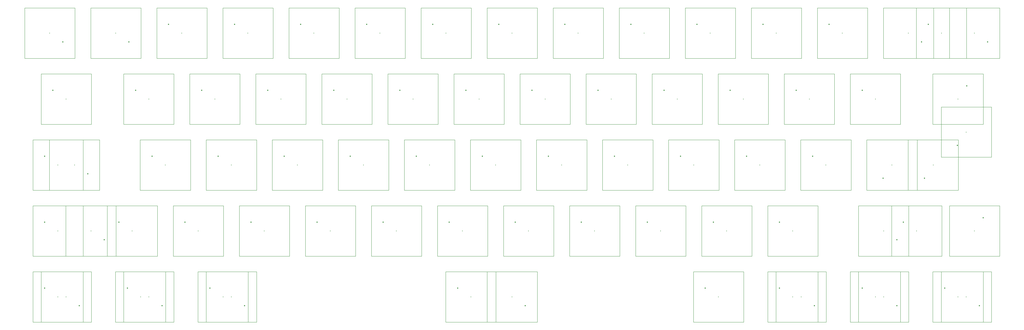
<source format=gbr>
%TF.GenerationSoftware,KiCad,Pcbnew,8.0.7*%
%TF.CreationDate,2024-12-21T00:00:35+08:00*%
%TF.ProjectId,PH60_Rev2,50483630-5f52-4657-9632-2e6b69636164,rev?*%
%TF.SameCoordinates,PX1b40518PY1b40518*%
%TF.FileFunction,Component,L1,Top*%
%TF.FilePolarity,Positive*%
%FSLAX46Y46*%
G04 Gerber Fmt 4.6, Leading zero omitted, Abs format (unit mm)*
G04 Created by KiCad (PCBNEW 8.0.7) date 2024-12-21 00:00:35*
%MOMM*%
%LPD*%
G01*
G04 APERTURE LIST*
%TA.AperFunction,ComponentMain*%
%ADD10C,0.300000*%
%TD*%
%TA.AperFunction,ComponentOutline,Courtyard*%
%ADD11C,0.100000*%
%TD*%
%TA.AperFunction,ComponentPin*%
%ADD12P,0.360000X4X0.000000*%
%TD*%
%TA.AperFunction,ComponentPin*%
%ADD13C,0.100000*%
%TD*%
G04 APERTURE END LIST*
D10*
%TO.C,S20*%
%TO.CFtp,SW_Hotswap_Kailh_MX_Plated_1.00u*%
%TO.CVal,MX1A*%
%TO.CLbN,PCM_Switch_Keyboard_Hotswap_Kailh*%
%TO.CMnt,SMD*%
%TO.CRot,0*%
X114300000Y-28575000D03*
D11*
X121545000Y-21330000D02*
X121545000Y-35820000D01*
X107055000Y-35820000D01*
X107055000Y-21330000D01*
X121545000Y-21330000D01*
D12*
%TO.P,S20,1,1*%
X110490000Y-26035000D03*
D13*
%TO.P,S20,*%
X109220000Y-28575000D03*
X114300000Y-28575000D03*
X119380000Y-28575000D03*
%TO.P,S20,2,2*%
X116840000Y-23495000D03*
%TD*%
D10*
%TO.C,S19*%
%TO.CFtp,SW_Hotswap_Kailh_MX_Plated_1.00u*%
%TO.CVal,MX1A*%
%TO.CLbN,PCM_Switch_Keyboard_Hotswap_Kailh*%
%TO.CMnt,SMD*%
%TO.CRot,0*%
X95250000Y-28575000D03*
D11*
X102495000Y-21330000D02*
X102495000Y-35820000D01*
X88005000Y-35820000D01*
X88005000Y-21330000D01*
X102495000Y-21330000D01*
D12*
%TO.P,S19,1,1*%
X91440000Y-26035000D03*
D13*
%TO.P,S19,*%
X90170000Y-28575000D03*
X95250000Y-28575000D03*
X100330000Y-28575000D03*
%TO.P,S19,2,2*%
X97790000Y-23495000D03*
%TD*%
D10*
%TO.C,S47*%
%TO.CFtp,SW_Hotswap_Kailh_MX_Plated_1.00u*%
%TO.CVal,MX1A*%
%TO.CLbN,PCM_Switch_Keyboard_Hotswap_Kailh*%
%TO.CMnt,SMD*%
%TO.CRot,0*%
X90487500Y-66675000D03*
D11*
X97732500Y-59430000D02*
X97732500Y-73920000D01*
X83242500Y-73920000D01*
X83242500Y-59430000D01*
X97732500Y-59430000D01*
D12*
%TO.P,S47,1,1*%
X86677500Y-64135000D03*
D13*
%TO.P,S47,*%
X85407500Y-66675000D03*
X90487500Y-66675000D03*
X95567500Y-66675000D03*
%TO.P,S47,2,2*%
X93027500Y-61595000D03*
%TD*%
D10*
%TO.C,S4*%
%TO.CFtp,SW_Hotswap_Kailh_MX_Plated_1.00u*%
%TO.CVal,MX1A*%
%TO.CLbN,PCM_Switch_Keyboard_Hotswap_Kailh*%
%TO.CMnt,SMD*%
%TO.CRot,0*%
X66675000Y-9525000D03*
D11*
X73920000Y-2280000D02*
X73920000Y-16770000D01*
X59430000Y-16770000D01*
X59430000Y-2280000D01*
X73920000Y-2280000D01*
D12*
%TO.P,S4,1,1*%
X62865000Y-6985000D03*
D13*
%TO.P,S4,*%
X61595000Y-9525000D03*
X66675000Y-9525000D03*
X71755000Y-9525000D03*
%TO.P,S4,2,2*%
X69215000Y-4445000D03*
%TD*%
D10*
%TO.C,S7*%
%TO.CFtp,SW_Hotswap_Kailh_MX_Plated_1.00u*%
%TO.CVal,MX1A*%
%TO.CLbN,PCM_Switch_Keyboard_Hotswap_Kailh*%
%TO.CMnt,SMD*%
%TO.CRot,0*%
X123825000Y-9525000D03*
D11*
X131070000Y-2280000D02*
X131070000Y-16770000D01*
X116580000Y-16770000D01*
X116580000Y-2280000D01*
X131070000Y-2280000D01*
D12*
%TO.P,S7,1,1*%
X120015000Y-6985000D03*
D13*
%TO.P,S7,*%
X118745000Y-9525000D03*
X123825000Y-9525000D03*
X128905000Y-9525000D03*
%TO.P,S7,2,2*%
X126365000Y-4445000D03*
%TD*%
D10*
%TO.C,S57-2*%
%TO.CFtp,SW_Hotswap_Kailh_MX_Plated_1.50u*%
%TO.CVal,MX1A*%
%TO.CLbN,PCM_Switch_Keyboard_Hotswap_Kailh*%
%TO.CMnt,SMD*%
%TO.CRot,180*%
X14287500Y-85725000D03*
D11*
X21532500Y-78480000D02*
X21532500Y-92970000D01*
X7042500Y-92970000D01*
X7042500Y-78480000D01*
X21532500Y-78480000D01*
D12*
%TO.P,S57-2,1,1*%
X18097500Y-88265000D03*
D13*
%TO.P,S57-2,*%
X19367500Y-85725000D03*
X14287500Y-85725000D03*
X9207500Y-85725000D03*
%TO.P,S57-2,2,2*%
X11747500Y-90805000D03*
%TD*%
D10*
%TO.C,S12*%
%TO.CFtp,SW_Hotswap_Kailh_MX_Plated_1.00u*%
%TO.CVal,MX1A*%
%TO.CLbN,PCM_Switch_Keyboard_Hotswap_Kailh*%
%TO.CMnt,SMD*%
%TO.CRot,0*%
X219075000Y-9525000D03*
D11*
X226320000Y-2280000D02*
X226320000Y-16770000D01*
X211830000Y-16770000D01*
X211830000Y-2280000D01*
X226320000Y-2280000D01*
D12*
%TO.P,S12,1,1*%
X215265000Y-6985000D03*
D13*
%TO.P,S12,*%
X213995000Y-9525000D03*
X219075000Y-9525000D03*
X224155000Y-9525000D03*
%TO.P,S12,2,2*%
X221615000Y-4445000D03*
%TD*%
D10*
%TO.C,S62*%
%TO.CFtp,SW_Hotswap_Kailh_MX_Plated_1.25u*%
%TO.CVal,MX1A*%
%TO.CLbN,PCM_Switch_Keyboard_Hotswap_Kailh*%
%TO.CMnt,SMD*%
%TO.CRot,180*%
X226218750Y-85725000D03*
D11*
X233463750Y-78480000D02*
X233463750Y-92970000D01*
X218973750Y-92970000D01*
X218973750Y-78480000D01*
X233463750Y-78480000D01*
D12*
%TO.P,S62,1,1*%
X230028750Y-88265000D03*
D13*
%TO.P,S62,*%
X231298750Y-85725000D03*
X226218750Y-85725000D03*
X221138750Y-85725000D03*
%TO.P,S62,2,2*%
X223678750Y-90805000D03*
%TD*%
D10*
%TO.C,S3*%
%TO.CFtp,SW_Hotswap_Kailh_MX_Plated_1.00u*%
%TO.CVal,MX1A*%
%TO.CLbN,PCM_Switch_Keyboard_Hotswap_Kailh*%
%TO.CMnt,SMD*%
%TO.CRot,0*%
X47625000Y-9525000D03*
D11*
X54870000Y-2280000D02*
X54870000Y-16770000D01*
X40380000Y-16770000D01*
X40380000Y-2280000D01*
X54870000Y-2280000D01*
D12*
%TO.P,S3,1,1*%
X43815000Y-6985000D03*
D13*
%TO.P,S3,*%
X42545000Y-9525000D03*
X47625000Y-9525000D03*
X52705000Y-9525000D03*
%TO.P,S3,2,2*%
X50165000Y-4445000D03*
%TD*%
D10*
%TO.C,S15*%
%TO.CFtp,SW_Hotswap_Kailh_MX_Plated_1.50u*%
%TO.CVal,MX1A*%
%TO.CLbN,PCM_Switch_Keyboard_Hotswap_Kailh*%
%TO.CMnt,SMD*%
%TO.CRot,0*%
X14287500Y-28575000D03*
D11*
X21532500Y-21330000D02*
X21532500Y-35820000D01*
X7042500Y-35820000D01*
X7042500Y-21330000D01*
X21532500Y-21330000D01*
D12*
%TO.P,S15,1,1*%
X10477500Y-26035000D03*
D13*
%TO.P,S15,*%
X9207500Y-28575000D03*
X14287500Y-28575000D03*
X19367500Y-28575000D03*
%TO.P,S15,2,2*%
X16827500Y-23495000D03*
%TD*%
D10*
%TO.C,S62-2*%
%TO.CFtp,SW_Hotswap_Kailh_MX_Plated_1.50u*%
%TO.CVal,MX1A*%
%TO.CLbN,PCM_Switch_Keyboard_Hotswap_Kailh*%
%TO.CMnt,SMD*%
%TO.CRot,0*%
X223837500Y-85725000D03*
D11*
X231082500Y-78480000D02*
X231082500Y-92970000D01*
X216592500Y-92970000D01*
X216592500Y-78480000D01*
X231082500Y-78480000D01*
D12*
%TO.P,S62-2,1,1*%
X220027500Y-83185000D03*
D13*
%TO.P,S62-2,*%
X218757500Y-85725000D03*
X223837500Y-85725000D03*
X228917500Y-85725000D03*
%TO.P,S62-2,2,2*%
X226377500Y-80645000D03*
%TD*%
D10*
%TO.C,S25*%
%TO.CFtp,SW_Hotswap_Kailh_MX_Plated_1.00u*%
%TO.CVal,MX1A*%
%TO.CLbN,PCM_Switch_Keyboard_Hotswap_Kailh*%
%TO.CMnt,SMD*%
%TO.CRot,0*%
X209550000Y-28575000D03*
D11*
X216795000Y-21330000D02*
X216795000Y-35820000D01*
X202305000Y-35820000D01*
X202305000Y-21330000D01*
X216795000Y-21330000D01*
D12*
%TO.P,S25,1,1*%
X205740000Y-26035000D03*
D13*
%TO.P,S25,*%
X204470000Y-28575000D03*
X209550000Y-28575000D03*
X214630000Y-28575000D03*
%TO.P,S25,2,2*%
X212090000Y-23495000D03*
%TD*%
D10*
%TO.C,S1*%
%TO.CFtp,SW_Hotswap_Kailh_MX_Plated_1.00u*%
%TO.CVal,MX1A*%
%TO.CLbN,PCM_Switch_Keyboard_Hotswap_Kailh*%
%TO.CMnt,SMD*%
%TO.CRot,180*%
X9525000Y-9525000D03*
D11*
X16770000Y-2280000D02*
X16770000Y-16770000D01*
X2280000Y-16770000D01*
X2280000Y-2280000D01*
X16770000Y-2280000D01*
D12*
%TO.P,S1,1,1*%
X13335000Y-12065000D03*
D13*
%TO.P,S1,*%
X14605000Y-9525000D03*
X9525000Y-9525000D03*
X4445000Y-9525000D03*
%TO.P,S1,2,2*%
X6985000Y-14605000D03*
%TD*%
D10*
%TO.C,S9*%
%TO.CFtp,SW_Hotswap_Kailh_MX_Plated_1.00u*%
%TO.CVal,MX1A*%
%TO.CLbN,PCM_Switch_Keyboard_Hotswap_Kailh*%
%TO.CMnt,SMD*%
%TO.CRot,0*%
X161925000Y-9525000D03*
D11*
X169170000Y-2280000D02*
X169170000Y-16770000D01*
X154680000Y-16770000D01*
X154680000Y-2280000D01*
X169170000Y-2280000D01*
D12*
%TO.P,S9,1,1*%
X158115000Y-6985000D03*
D13*
%TO.P,S9,*%
X156845000Y-9525000D03*
X161925000Y-9525000D03*
X167005000Y-9525000D03*
%TO.P,S9,2,2*%
X164465000Y-4445000D03*
%TD*%
D10*
%TO.C,S44*%
%TO.CFtp,SW_Hotswap_Kailh_MX_Plated_1.00u*%
%TO.CVal,MX1A*%
%TO.CLbN,PCM_Switch_Keyboard_Hotswap_Kailh*%
%TO.CMnt,SMD*%
%TO.CRot,0*%
X33337500Y-66675000D03*
D11*
X40582500Y-59430000D02*
X40582500Y-73920000D01*
X26092500Y-73920000D01*
X26092500Y-59430000D01*
X40582500Y-59430000D01*
D12*
%TO.P,S44,1,1*%
X29527500Y-64135000D03*
D13*
%TO.P,S44,*%
X28257500Y-66675000D03*
X33337500Y-66675000D03*
X38417500Y-66675000D03*
%TO.P,S44,2,2*%
X35877500Y-61595000D03*
%TD*%
D10*
%TO.C,S23*%
%TO.CFtp,SW_Hotswap_Kailh_MX_Plated_1.00u*%
%TO.CVal,MX1A*%
%TO.CLbN,PCM_Switch_Keyboard_Hotswap_Kailh*%
%TO.CMnt,SMD*%
%TO.CRot,0*%
X171450000Y-28575000D03*
D11*
X178695000Y-21330000D02*
X178695000Y-35820000D01*
X164205000Y-35820000D01*
X164205000Y-21330000D01*
X178695000Y-21330000D01*
D12*
%TO.P,S23,1,1*%
X167640000Y-26035000D03*
D13*
%TO.P,S23,*%
X166370000Y-28575000D03*
X171450000Y-28575000D03*
X176530000Y-28575000D03*
%TO.P,S23,2,2*%
X173990000Y-23495000D03*
%TD*%
D10*
%TO.C,S64-2*%
%TO.CFtp,SW_Hotswap_Kailh_MX_Plated_1.50u*%
%TO.CVal,MX1A*%
%TO.CLbN,PCM_Switch_Keyboard_Hotswap_Kailh*%
%TO.CMnt,SMD*%
%TO.CRot,0*%
X271462500Y-85725000D03*
D11*
X278707500Y-78480000D02*
X278707500Y-92970000D01*
X264217500Y-92970000D01*
X264217500Y-78480000D01*
X278707500Y-78480000D01*
D12*
%TO.P,S64-2,1,1*%
X267652500Y-83185000D03*
D13*
%TO.P,S64-2,*%
X266382500Y-85725000D03*
X271462500Y-85725000D03*
X276542500Y-85725000D03*
%TO.P,S64-2,2,2*%
X274002500Y-80645000D03*
%TD*%
D10*
%TO.C,S57*%
%TO.CFtp,SW_Hotswap_Kailh_MX_Plated_1.25u*%
%TO.CVal,MX1A*%
%TO.CLbN,PCM_Switch_Keyboard_Hotswap_Kailh*%
%TO.CMnt,SMD*%
%TO.CRot,0*%
X11906250Y-85725000D03*
D11*
X19151250Y-78480000D02*
X19151250Y-92970000D01*
X4661250Y-92970000D01*
X4661250Y-78480000D01*
X19151250Y-78480000D01*
D12*
%TO.P,S57,1,1*%
X8096250Y-83185000D03*
D13*
%TO.P,S57,*%
X6826250Y-85725000D03*
X11906250Y-85725000D03*
X16986250Y-85725000D03*
%TO.P,S57,2,2*%
X14446250Y-80645000D03*
%TD*%
D10*
%TO.C,S14*%
%TO.CFtp,SW_Hotswap_Kailh_MX_Plated_2.00u*%
%TO.CVal,MX1A*%
%TO.CLbN,PCM_Switch_Keyboard_Hotswap_Kailh*%
%TO.CMnt,SMD*%
%TO.CRot,0*%
X266700000Y-9525000D03*
D11*
X273945000Y-2280000D02*
X273945000Y-16770000D01*
X259455000Y-16770000D01*
X259455000Y-2280000D01*
X273945000Y-2280000D01*
D12*
%TO.P,S14,1,1*%
X262890000Y-6985000D03*
D13*
%TO.P,S14,*%
X261620000Y-9525000D03*
X266700000Y-9525000D03*
X271780000Y-9525000D03*
%TO.P,S14,2,2*%
X269240000Y-4445000D03*
%TD*%
D10*
%TO.C,S61*%
%TO.CFtp,SW_Hotswap_Kailh_MX_Plated_1.25u*%
%TO.CVal,MX1A*%
%TO.CLbN,PCM_Switch_Keyboard_Hotswap_Kailh*%
%TO.CMnt,SMD*%
%TO.CRot,0*%
X202406250Y-85725000D03*
D11*
X209651250Y-78480000D02*
X209651250Y-92970000D01*
X195161250Y-92970000D01*
X195161250Y-78480000D01*
X209651250Y-78480000D01*
D12*
%TO.P,S61,1,1*%
X198596250Y-83185000D03*
D13*
%TO.P,S61,*%
X197326250Y-85725000D03*
X202406250Y-85725000D03*
X207486250Y-85725000D03*
%TO.P,S61,2,2*%
X204946250Y-80645000D03*
%TD*%
D10*
%TO.C,S16*%
%TO.CFtp,SW_Hotswap_Kailh_MX_Plated_1.00u*%
%TO.CVal,MX1A*%
%TO.CLbN,PCM_Switch_Keyboard_Hotswap_Kailh*%
%TO.CMnt,SMD*%
%TO.CRot,0*%
X38100000Y-28575000D03*
D11*
X45345000Y-21330000D02*
X45345000Y-35820000D01*
X30855000Y-35820000D01*
X30855000Y-21330000D01*
X45345000Y-21330000D01*
D12*
%TO.P,S16,1,1*%
X34290000Y-26035000D03*
D13*
%TO.P,S16,*%
X33020000Y-28575000D03*
X38100000Y-28575000D03*
X43180000Y-28575000D03*
%TO.P,S16,2,2*%
X40640000Y-23495000D03*
%TD*%
D10*
%TO.C,S24*%
%TO.CFtp,SW_Hotswap_Kailh_MX_Plated_1.00u*%
%TO.CVal,MX1A*%
%TO.CLbN,PCM_Switch_Keyboard_Hotswap_Kailh*%
%TO.CMnt,SMD*%
%TO.CRot,0*%
X190500000Y-28575000D03*
D11*
X197745000Y-21330000D02*
X197745000Y-35820000D01*
X183255000Y-35820000D01*
X183255000Y-21330000D01*
X197745000Y-21330000D01*
D12*
%TO.P,S24,1,1*%
X186690000Y-26035000D03*
D13*
%TO.P,S24,*%
X185420000Y-28575000D03*
X190500000Y-28575000D03*
X195580000Y-28575000D03*
%TO.P,S24,2,2*%
X193040000Y-23495000D03*
%TD*%
D10*
%TO.C,S31*%
%TO.CFtp,SW_Hotswap_Kailh_MX_Plated_1.00u*%
%TO.CVal,MX1A*%
%TO.CLbN,PCM_Switch_Keyboard_Hotswap_Kailh*%
%TO.CMnt,SMD*%
%TO.CRot,0*%
X61912500Y-47625000D03*
D11*
X69157500Y-40380000D02*
X69157500Y-54870000D01*
X54667500Y-54870000D01*
X54667500Y-40380000D01*
X69157500Y-40380000D01*
D12*
%TO.P,S31,1,1*%
X58102500Y-45085000D03*
D13*
%TO.P,S31,*%
X56832500Y-47625000D03*
X61912500Y-47625000D03*
X66992500Y-47625000D03*
%TO.P,S31,2,2*%
X64452500Y-42545000D03*
%TD*%
D10*
%TO.C,S33*%
%TO.CFtp,SW_Hotswap_Kailh_MX_Plated_1.00u*%
%TO.CVal,MX1A*%
%TO.CLbN,PCM_Switch_Keyboard_Hotswap_Kailh*%
%TO.CMnt,SMD*%
%TO.CRot,0*%
X100012500Y-47625000D03*
D11*
X107257500Y-40380000D02*
X107257500Y-54870000D01*
X92767500Y-54870000D01*
X92767500Y-40380000D01*
X107257500Y-40380000D01*
D12*
%TO.P,S33,1,1*%
X96202500Y-45085000D03*
D13*
%TO.P,S33,*%
X94932500Y-47625000D03*
X100012500Y-47625000D03*
X105092500Y-47625000D03*
%TO.P,S33,2,2*%
X102552500Y-42545000D03*
%TD*%
D10*
%TO.C,S34*%
%TO.CFtp,SW_Hotswap_Kailh_MX_Plated_1.00u*%
%TO.CVal,MX1A*%
%TO.CLbN,PCM_Switch_Keyboard_Hotswap_Kailh*%
%TO.CMnt,SMD*%
%TO.CRot,0*%
X119062500Y-47625000D03*
D11*
X126307500Y-40380000D02*
X126307500Y-54870000D01*
X111817500Y-54870000D01*
X111817500Y-40380000D01*
X126307500Y-40380000D01*
D12*
%TO.P,S34,1,1*%
X115252500Y-45085000D03*
D13*
%TO.P,S34,*%
X113982500Y-47625000D03*
X119062500Y-47625000D03*
X124142500Y-47625000D03*
%TO.P,S34,2,2*%
X121602500Y-42545000D03*
%TD*%
D10*
%TO.C,S46*%
%TO.CFtp,SW_Hotswap_Kailh_MX_Plated_1.00u*%
%TO.CVal,MX1A*%
%TO.CLbN,PCM_Switch_Keyboard_Hotswap_Kailh*%
%TO.CMnt,SMD*%
%TO.CRot,0*%
X71437500Y-66675000D03*
D11*
X78682500Y-59430000D02*
X78682500Y-73920000D01*
X64192500Y-73920000D01*
X64192500Y-59430000D01*
X78682500Y-59430000D01*
D12*
%TO.P,S46,1,1*%
X67627500Y-64135000D03*
D13*
%TO.P,S46,*%
X66357500Y-66675000D03*
X71437500Y-66675000D03*
X76517500Y-66675000D03*
%TO.P,S46,2,2*%
X73977500Y-61595000D03*
%TD*%
D10*
%TO.C,S50*%
%TO.CFtp,SW_Hotswap_Kailh_MX_Plated_1.00u*%
%TO.CVal,MX1A*%
%TO.CLbN,PCM_Switch_Keyboard_Hotswap_Kailh*%
%TO.CMnt,SMD*%
%TO.CRot,0*%
X147637500Y-66675000D03*
D11*
X154882500Y-59430000D02*
X154882500Y-73920000D01*
X140392500Y-73920000D01*
X140392500Y-59430000D01*
X154882500Y-59430000D01*
D12*
%TO.P,S50,1,1*%
X143827500Y-64135000D03*
D13*
%TO.P,S50,*%
X142557500Y-66675000D03*
X147637500Y-66675000D03*
X152717500Y-66675000D03*
%TO.P,S50,2,2*%
X150177500Y-61595000D03*
%TD*%
D10*
%TO.C,S22*%
%TO.CFtp,SW_Hotswap_Kailh_MX_Plated_1.00u*%
%TO.CVal,MX1A*%
%TO.CLbN,PCM_Switch_Keyboard_Hotswap_Kailh*%
%TO.CMnt,SMD*%
%TO.CRot,0*%
X152400000Y-28575000D03*
D11*
X159645000Y-21330000D02*
X159645000Y-35820000D01*
X145155000Y-35820000D01*
X145155000Y-21330000D01*
X159645000Y-21330000D01*
D12*
%TO.P,S22,1,1*%
X148590000Y-26035000D03*
D13*
%TO.P,S22,*%
X147320000Y-28575000D03*
X152400000Y-28575000D03*
X157480000Y-28575000D03*
%TO.P,S22,2,2*%
X154940000Y-23495000D03*
%TD*%
D10*
%TO.C,S41*%
%TO.CFtp,SW_Hotswap_Kailh_MX_Plated_1.00u*%
%TO.CVal,MX1A*%
%TO.CLbN,PCM_Switch_Keyboard_Hotswap_Kailh*%
%TO.CMnt,SMD*%
%TO.CRot,90*%
X252412500Y-47625000D03*
D11*
X259657500Y-40380000D02*
X259657500Y-54870000D01*
X245167500Y-54870000D01*
X245167500Y-40380000D01*
X259657500Y-40380000D01*
D12*
%TO.P,S41,1,1*%
X249872500Y-51435000D03*
D13*
%TO.P,S41,*%
X252412500Y-52705000D03*
X252412500Y-47625000D03*
X252412500Y-42545000D03*
%TO.P,S41,2,2*%
X247332500Y-45085000D03*
%TD*%
D10*
%TO.C,S63-2*%
%TO.CFtp,SW_Hotswap_Kailh_MX_Plated_1.00u*%
%TO.CVal,MX1A*%
%TO.CLbN,PCM_Switch_Keyboard_Hotswap_Kailh*%
%TO.CMnt,SMD*%
%TO.CRot,0*%
X247650000Y-85725000D03*
D11*
X254895000Y-78480000D02*
X254895000Y-92970000D01*
X240405000Y-92970000D01*
X240405000Y-78480000D01*
X254895000Y-78480000D01*
D12*
%TO.P,S63-2,1,1*%
X243840000Y-83185000D03*
D13*
%TO.P,S63-2,*%
X242570000Y-85725000D03*
X247650000Y-85725000D03*
X252730000Y-85725000D03*
%TO.P,S63-2,2,2*%
X250190000Y-80645000D03*
%TD*%
D10*
%TO.C,S27*%
%TO.CFtp,SW_Hotswap_Kailh_MX_Plated_1.00u*%
%TO.CVal,MX1A*%
%TO.CLbN,PCM_Switch_Keyboard_Hotswap_Kailh*%
%TO.CMnt,SMD*%
%TO.CRot,0*%
X247650000Y-28575000D03*
D11*
X254895000Y-21330000D02*
X254895000Y-35820000D01*
X240405000Y-35820000D01*
X240405000Y-21330000D01*
X254895000Y-21330000D01*
D12*
%TO.P,S27,1,1*%
X243840000Y-26035000D03*
D13*
%TO.P,S27,*%
X242570000Y-28575000D03*
X247650000Y-28575000D03*
X252730000Y-28575000D03*
%TO.P,S27,2,2*%
X250190000Y-23495000D03*
%TD*%
D10*
%TO.C,S58*%
%TO.CFtp,SW_Hotswap_Kailh_MX_Plated_1.25u*%
%TO.CVal,MX1A*%
%TO.CLbN,PCM_Switch_Keyboard_Hotswap_Kailh*%
%TO.CMnt,SMD*%
%TO.CRot,0*%
X35718750Y-85725000D03*
D11*
X42963750Y-78480000D02*
X42963750Y-92970000D01*
X28473750Y-92970000D01*
X28473750Y-78480000D01*
X42963750Y-78480000D01*
D12*
%TO.P,S58,1,1*%
X31908750Y-83185000D03*
D13*
%TO.P,S58,*%
X30638750Y-85725000D03*
X35718750Y-85725000D03*
X40798750Y-85725000D03*
%TO.P,S58,2,2*%
X38258750Y-80645000D03*
%TD*%
D10*
%TO.C,S60-2*%
%TO.CFtp,SW_Hotswap_Kailh_MX_Plated_7.00u*%
%TO.CVal,MX1A*%
%TO.CLbN,PCM_Switch_Keyboard_Hotswap_Kailh*%
%TO.CMnt,SMD*%
%TO.CRot,180*%
X142875000Y-85725000D03*
D11*
X150120000Y-78480000D02*
X150120000Y-92970000D01*
X135630000Y-92970000D01*
X135630000Y-78480000D01*
X150120000Y-78480000D01*
D12*
%TO.P,S60-2,1,1*%
X146685000Y-88265000D03*
D13*
%TO.P,S60-2,*%
X147955000Y-85725000D03*
X142875000Y-85725000D03*
X137795000Y-85725000D03*
%TO.P,S60-2,2,2*%
X140335000Y-90805000D03*
%TD*%
D10*
%TO.C,S8*%
%TO.CFtp,SW_Hotswap_Kailh_MX_Plated_1.00u*%
%TO.CVal,MX1A*%
%TO.CLbN,PCM_Switch_Keyboard_Hotswap_Kailh*%
%TO.CMnt,SMD*%
%TO.CRot,0*%
X142875000Y-9525000D03*
D11*
X150120000Y-2280000D02*
X150120000Y-16770000D01*
X135630000Y-16770000D01*
X135630000Y-2280000D01*
X150120000Y-2280000D01*
D12*
%TO.P,S8,1,1*%
X139065000Y-6985000D03*
D13*
%TO.P,S8,*%
X137795000Y-9525000D03*
X142875000Y-9525000D03*
X147955000Y-9525000D03*
%TO.P,S8,2,2*%
X145415000Y-4445000D03*
%TD*%
D10*
%TO.C,S63*%
%TO.CFtp,SW_Hotswap_Kailh_MX_Plated_1.25u*%
%TO.CVal,MX1A*%
%TO.CLbN,PCM_Switch_Keyboard_Hotswap_Kailh*%
%TO.CMnt,SMD*%
%TO.CRot,180*%
X250031250Y-85725000D03*
D11*
X257276250Y-78480000D02*
X257276250Y-92970000D01*
X242786250Y-92970000D01*
X242786250Y-78480000D01*
X257276250Y-78480000D01*
D12*
%TO.P,S63,1,1*%
X253841250Y-88265000D03*
D13*
%TO.P,S63,*%
X255111250Y-85725000D03*
X250031250Y-85725000D03*
X244951250Y-85725000D03*
%TO.P,S63,2,2*%
X247491250Y-90805000D03*
%TD*%
D10*
%TO.C,S37*%
%TO.CFtp,SW_Hotswap_Kailh_MX_Plated_1.00u*%
%TO.CVal,MX1A*%
%TO.CLbN,PCM_Switch_Keyboard_Hotswap_Kailh*%
%TO.CMnt,SMD*%
%TO.CRot,0*%
X176212500Y-47625000D03*
D11*
X183457500Y-40380000D02*
X183457500Y-54870000D01*
X168967500Y-54870000D01*
X168967500Y-40380000D01*
X183457500Y-40380000D01*
D12*
%TO.P,S37,1,1*%
X172402500Y-45085000D03*
D13*
%TO.P,S37,*%
X171132500Y-47625000D03*
X176212500Y-47625000D03*
X181292500Y-47625000D03*
%TO.P,S37,2,2*%
X178752500Y-42545000D03*
%TD*%
D10*
%TO.C,S55*%
%TO.CFtp,SW_Hotswap_Kailh_MX_Plated_1.75u*%
%TO.CVal,MX1A*%
%TO.CLbN,PCM_Switch_Keyboard_Hotswap_Kailh*%
%TO.CMnt,SMD*%
%TO.CRot,180*%
X250031250Y-66675000D03*
D11*
X257276250Y-59430000D02*
X257276250Y-73920000D01*
X242786250Y-73920000D01*
X242786250Y-59430000D01*
X257276250Y-59430000D01*
D12*
%TO.P,S55,1,1*%
X253841250Y-69215000D03*
D13*
%TO.P,S55,*%
X255111250Y-66675000D03*
X250031250Y-66675000D03*
X247491250Y-71755000D03*
X244951250Y-66675000D03*
%TD*%
D10*
%TO.C,S21*%
%TO.CFtp,SW_Hotswap_Kailh_MX_Plated_1.00u*%
%TO.CVal,MX1A*%
%TO.CLbN,PCM_Switch_Keyboard_Hotswap_Kailh*%
%TO.CMnt,SMD*%
%TO.CRot,0*%
X133350000Y-28575000D03*
D11*
X140595000Y-21330000D02*
X140595000Y-35820000D01*
X126105000Y-35820000D01*
X126105000Y-21330000D01*
X140595000Y-21330000D01*
D12*
%TO.P,S21,1,1*%
X129540000Y-26035000D03*
D13*
%TO.P,S21,*%
X128270000Y-28575000D03*
X133350000Y-28575000D03*
X138430000Y-28575000D03*
%TO.P,S21,2,2*%
X135890000Y-23495000D03*
%TD*%
D10*
%TO.C,S11*%
%TO.CFtp,SW_Hotswap_Kailh_MX_Plated_1.00u*%
%TO.CVal,MX1A*%
%TO.CLbN,PCM_Switch_Keyboard_Hotswap_Kailh*%
%TO.CMnt,SMD*%
%TO.CRot,0*%
X200025000Y-9525000D03*
D11*
X207270000Y-2280000D02*
X207270000Y-16770000D01*
X192780000Y-16770000D01*
X192780000Y-2280000D01*
X207270000Y-2280000D01*
D12*
%TO.P,S11,1,1*%
X196215000Y-6985000D03*
D13*
%TO.P,S11,*%
X194945000Y-9525000D03*
X200025000Y-9525000D03*
X205105000Y-9525000D03*
%TO.P,S11,2,2*%
X202565000Y-4445000D03*
%TD*%
D10*
%TO.C,S52*%
%TO.CFtp,SW_Hotswap_Kailh_MX_Plated_1.00u*%
%TO.CVal,MX1A*%
%TO.CLbN,PCM_Switch_Keyboard_Hotswap_Kailh*%
%TO.CMnt,SMD*%
%TO.CRot,0*%
X185737500Y-66675000D03*
D11*
X192982500Y-59430000D02*
X192982500Y-73920000D01*
X178492500Y-73920000D01*
X178492500Y-59430000D01*
X192982500Y-59430000D01*
D12*
%TO.P,S52,1,1*%
X181927500Y-64135000D03*
D13*
%TO.P,S52,*%
X180657500Y-66675000D03*
X185737500Y-66675000D03*
X190817500Y-66675000D03*
%TO.P,S52,2,2*%
X188277500Y-61595000D03*
%TD*%
D10*
%TO.C,S30*%
%TO.CFtp,SW_Hotswap_Kailh_MX_Plated_1.00u*%
%TO.CVal,MX1A*%
%TO.CLbN,PCM_Switch_Keyboard_Hotswap_Kailh*%
%TO.CMnt,SMD*%
%TO.CRot,0*%
X42862500Y-47625000D03*
D11*
X50107500Y-40380000D02*
X50107500Y-54870000D01*
X35617500Y-54870000D01*
X35617500Y-40380000D01*
X50107500Y-40380000D01*
D12*
%TO.P,S30,1,1*%
X39052500Y-45085000D03*
D13*
%TO.P,S30,*%
X37782500Y-47625000D03*
X42862500Y-47625000D03*
X47942500Y-47625000D03*
%TO.P,S30,2,2*%
X45402500Y-42545000D03*
%TD*%
D10*
%TO.C,S38*%
%TO.CFtp,SW_Hotswap_Kailh_MX_Plated_1.00u*%
%TO.CVal,MX1A*%
%TO.CLbN,PCM_Switch_Keyboard_Hotswap_Kailh*%
%TO.CMnt,SMD*%
%TO.CRot,0*%
X195262500Y-47625000D03*
D11*
X202507500Y-40380000D02*
X202507500Y-54870000D01*
X188017500Y-54870000D01*
X188017500Y-40380000D01*
X202507500Y-40380000D01*
D12*
%TO.P,S38,1,1*%
X191452500Y-45085000D03*
D13*
%TO.P,S38,*%
X190182500Y-47625000D03*
X195262500Y-47625000D03*
X200342500Y-47625000D03*
%TO.P,S38,2,2*%
X197802500Y-42545000D03*
%TD*%
D10*
%TO.C,S35*%
%TO.CFtp,SW_Hotswap_Kailh_MX_Plated_1.00u*%
%TO.CVal,MX1A*%
%TO.CLbN,PCM_Switch_Keyboard_Hotswap_Kailh*%
%TO.CMnt,SMD*%
%TO.CRot,0*%
X138112500Y-47625000D03*
D11*
X145357500Y-40380000D02*
X145357500Y-54870000D01*
X130867500Y-54870000D01*
X130867500Y-40380000D01*
X145357500Y-40380000D01*
D12*
%TO.P,S35,1,1*%
X134302500Y-45085000D03*
D13*
%TO.P,S35,*%
X133032500Y-47625000D03*
X138112500Y-47625000D03*
X143192500Y-47625000D03*
%TO.P,S35,2,2*%
X140652500Y-42545000D03*
%TD*%
D10*
%TO.C,S39*%
%TO.CFtp,SW_Hotswap_Kailh_MX_Plated_1.00u*%
%TO.CVal,MX1A*%
%TO.CLbN,PCM_Switch_Keyboard_Hotswap_Kailh*%
%TO.CMnt,SMD*%
%TO.CRot,0*%
X214312500Y-47625000D03*
D11*
X221557500Y-40380000D02*
X221557500Y-54870000D01*
X207067500Y-54870000D01*
X207067500Y-40380000D01*
X221557500Y-40380000D01*
D12*
%TO.P,S39,1,1*%
X210502500Y-45085000D03*
D13*
%TO.P,S39,*%
X209232500Y-47625000D03*
X214312500Y-47625000D03*
X219392500Y-47625000D03*
%TO.P,S39,2,2*%
X216852500Y-42545000D03*
%TD*%
D10*
%TO.C,S48*%
%TO.CFtp,SW_Hotswap_Kailh_MX_Plated_1.00u*%
%TO.CVal,MX1A*%
%TO.CLbN,PCM_Switch_Keyboard_Hotswap_Kailh*%
%TO.CMnt,SMD*%
%TO.CRot,0*%
X109537500Y-66675000D03*
D11*
X116782500Y-59430000D02*
X116782500Y-73920000D01*
X102292500Y-73920000D01*
X102292500Y-59430000D01*
X116782500Y-59430000D01*
D12*
%TO.P,S48,1,1*%
X105727500Y-64135000D03*
D13*
%TO.P,S48,*%
X104457500Y-66675000D03*
X109537500Y-66675000D03*
X114617500Y-66675000D03*
%TO.P,S48,2,2*%
X112077500Y-61595000D03*
%TD*%
D10*
%TO.C,S18*%
%TO.CFtp,SW_Hotswap_Kailh_MX_Plated_1.00u*%
%TO.CVal,MX1A*%
%TO.CLbN,PCM_Switch_Keyboard_Hotswap_Kailh*%
%TO.CMnt,SMD*%
%TO.CRot,0*%
X76200000Y-28575000D03*
D11*
X83445000Y-21330000D02*
X83445000Y-35820000D01*
X68955000Y-35820000D01*
X68955000Y-21330000D01*
X83445000Y-21330000D01*
D12*
%TO.P,S18,1,1*%
X72390000Y-26035000D03*
D13*
%TO.P,S18,*%
X71120000Y-28575000D03*
X76200000Y-28575000D03*
X81280000Y-28575000D03*
%TO.P,S18,2,2*%
X78740000Y-23495000D03*
%TD*%
D10*
%TO.C,S28-2*%
%TO.CFtp,SW_Hotswap_Kailh_MX_Plated_2.25u_90deg*%
%TO.CVal,MX1A*%
%TO.CLbN,PCM_Switch_Keyboard_Hotswap_Kailh*%
%TO.CMnt,SMD*%
%TO.CRot,90*%
X264318750Y-47625000D03*
D11*
X271563750Y-40380000D02*
X271563750Y-54870000D01*
X257073750Y-54870000D01*
X257073750Y-40380000D01*
X271563750Y-40380000D01*
D12*
%TO.P,S28-2,1,1*%
X261778750Y-51435000D03*
D13*
%TO.P,S28-2,*%
X264318750Y-52705000D03*
X264318750Y-47625000D03*
X264318750Y-42545000D03*
%TO.P,S28-2,2,2*%
X259238750Y-45085000D03*
%TD*%
D10*
%TO.C,S45*%
%TO.CFtp,SW_Hotswap_Kailh_MX_Plated_1.00u*%
%TO.CVal,MX1A*%
%TO.CLbN,PCM_Switch_Keyboard_Hotswap_Kailh*%
%TO.CMnt,SMD*%
%TO.CRot,0*%
X52387500Y-66675000D03*
D11*
X59632500Y-59430000D02*
X59632500Y-73920000D01*
X45142500Y-73920000D01*
X45142500Y-59430000D01*
X59632500Y-59430000D01*
D12*
%TO.P,S45,1,1*%
X48577500Y-64135000D03*
D13*
%TO.P,S45,*%
X47307500Y-66675000D03*
X52387500Y-66675000D03*
X57467500Y-66675000D03*
%TO.P,S45,2,2*%
X54927500Y-61595000D03*
%TD*%
D10*
%TO.C,S13*%
%TO.CFtp,SW_Hotswap_Kailh_MX_Plated_1.00u*%
%TO.CVal,MX1A*%
%TO.CLbN,PCM_Switch_Keyboard_Hotswap_Kailh*%
%TO.CMnt,SMD*%
%TO.CRot,0*%
X238125000Y-9525000D03*
D11*
X245370000Y-2280000D02*
X245370000Y-16770000D01*
X230880000Y-16770000D01*
X230880000Y-2280000D01*
X245370000Y-2280000D01*
D12*
%TO.P,S13,1,1*%
X234315000Y-6985000D03*
D13*
%TO.P,S13,*%
X233045000Y-9525000D03*
X238125000Y-9525000D03*
X243205000Y-9525000D03*
%TO.P,S13,2,2*%
X240665000Y-4445000D03*
%TD*%
D10*
%TO.C,S26*%
%TO.CFtp,SW_Hotswap_Kailh_MX_Plated_1.00u*%
%TO.CVal,MX1A*%
%TO.CLbN,PCM_Switch_Keyboard_Hotswap_Kailh*%
%TO.CMnt,SMD*%
%TO.CRot,0*%
X228600000Y-28575000D03*
D11*
X235845000Y-21330000D02*
X235845000Y-35820000D01*
X221355000Y-35820000D01*
X221355000Y-21330000D01*
X235845000Y-21330000D01*
D12*
%TO.P,S26,1,1*%
X224790000Y-26035000D03*
D13*
%TO.P,S26,*%
X223520000Y-28575000D03*
X228600000Y-28575000D03*
X233680000Y-28575000D03*
%TO.P,S26,2,2*%
X231140000Y-23495000D03*
%TD*%
D10*
%TO.C,S5*%
%TO.CFtp,SW_Hotswap_Kailh_MX_Plated_1.00u*%
%TO.CVal,MX1A*%
%TO.CLbN,PCM_Switch_Keyboard_Hotswap_Kailh*%
%TO.CMnt,SMD*%
%TO.CRot,0*%
X85725000Y-9525000D03*
D11*
X92970000Y-2280000D02*
X92970000Y-16770000D01*
X78480000Y-16770000D01*
X78480000Y-2280000D01*
X92970000Y-2280000D01*
D12*
%TO.P,S5,1,1*%
X81915000Y-6985000D03*
D13*
%TO.P,S5,*%
X80645000Y-9525000D03*
X85725000Y-9525000D03*
X90805000Y-9525000D03*
%TO.P,S5,2,2*%
X88265000Y-4445000D03*
%TD*%
D10*
%TO.C,S17*%
%TO.CFtp,SW_Hotswap_Kailh_MX_Plated_1.00u*%
%TO.CVal,MX1A*%
%TO.CLbN,PCM_Switch_Keyboard_Hotswap_Kailh*%
%TO.CMnt,SMD*%
%TO.CRot,0*%
X57150000Y-28575000D03*
D11*
X64395000Y-21330000D02*
X64395000Y-35820000D01*
X49905000Y-35820000D01*
X49905000Y-21330000D01*
X64395000Y-21330000D01*
D12*
%TO.P,S17,1,1*%
X53340000Y-26035000D03*
D13*
%TO.P,S17,*%
X52070000Y-28575000D03*
X57150000Y-28575000D03*
X62230000Y-28575000D03*
%TO.P,S17,2,2*%
X59690000Y-23495000D03*
%TD*%
D10*
%TO.C,S32*%
%TO.CFtp,SW_Hotswap_Kailh_MX_Plated_1.00u*%
%TO.CVal,MX1A*%
%TO.CLbN,PCM_Switch_Keyboard_Hotswap_Kailh*%
%TO.CMnt,SMD*%
%TO.CRot,0*%
X80962500Y-47625000D03*
D11*
X88207500Y-40380000D02*
X88207500Y-54870000D01*
X73717500Y-54870000D01*
X73717500Y-40380000D01*
X88207500Y-40380000D01*
D12*
%TO.P,S32,1,1*%
X77152500Y-45085000D03*
D13*
%TO.P,S32,*%
X75882500Y-47625000D03*
X80962500Y-47625000D03*
X86042500Y-47625000D03*
%TO.P,S32,2,2*%
X83502500Y-42545000D03*
%TD*%
D10*
%TO.C,S55-2*%
%TO.CFtp,SW_Hotswap_Kailh_MX_Plated_2.75u*%
%TO.CVal,MX1A*%
%TO.CLbN,PCM_Switch_Keyboard_Hotswap_Kailh*%
%TO.CMnt,SMD*%
%TO.CRot,0*%
X259556250Y-66675000D03*
D11*
X266801250Y-59430000D02*
X266801250Y-73920000D01*
X252311250Y-73920000D01*
X252311250Y-59430000D01*
X266801250Y-59430000D01*
D12*
%TO.P,S55-2,1,1*%
X255746250Y-64135000D03*
D13*
%TO.P,S55-2,*%
X254476250Y-66675000D03*
X259556250Y-66675000D03*
X264636250Y-66675000D03*
%TO.P,S55-2,2,2*%
X262096250Y-61595000D03*
%TD*%
D10*
%TO.C,S36*%
%TO.CFtp,SW_Hotswap_Kailh_MX_Plated_1.00u*%
%TO.CVal,MX1A*%
%TO.CLbN,PCM_Switch_Keyboard_Hotswap_Kailh*%
%TO.CMnt,SMD*%
%TO.CRot,0*%
X157162500Y-47625000D03*
D11*
X164407500Y-40380000D02*
X164407500Y-54870000D01*
X149917500Y-54870000D01*
X149917500Y-40380000D01*
X164407500Y-40380000D01*
D12*
%TO.P,S36,1,1*%
X153352500Y-45085000D03*
D13*
%TO.P,S36,*%
X152082500Y-47625000D03*
X157162500Y-47625000D03*
X162242500Y-47625000D03*
%TO.P,S36,2,2*%
X159702500Y-42545000D03*
%TD*%
D10*
%TO.C,S49*%
%TO.CFtp,SW_Hotswap_Kailh_MX_Plated_1.00u*%
%TO.CVal,MX1A*%
%TO.CLbN,PCM_Switch_Keyboard_Hotswap_Kailh*%
%TO.CMnt,SMD*%
%TO.CRot,0*%
X128587500Y-66675000D03*
D11*
X135832500Y-59430000D02*
X135832500Y-73920000D01*
X121342500Y-73920000D01*
X121342500Y-59430000D01*
X135832500Y-59430000D01*
D12*
%TO.P,S49,1,1*%
X124777500Y-64135000D03*
D13*
%TO.P,S49,*%
X123507500Y-66675000D03*
X128587500Y-66675000D03*
X133667500Y-66675000D03*
%TO.P,S49,2,2*%
X131127500Y-61595000D03*
%TD*%
D10*
%TO.C,S60*%
%TO.CFtp,SW_Hotswap_Kailh_MX_Plated_6.25u*%
%TO.CVal,MX1A*%
%TO.CLbN,PCM_Switch_Keyboard_Hotswap_Kailh*%
%TO.CMnt,SMD*%
%TO.CRot,0*%
X130968750Y-85725000D03*
D11*
X138213750Y-78480000D02*
X138213750Y-92970000D01*
X123723750Y-92970000D01*
X123723750Y-78480000D01*
X138213750Y-78480000D01*
D12*
%TO.P,S60,1,1*%
X127158750Y-83185000D03*
D13*
%TO.P,S60,*%
X125888750Y-85725000D03*
X130968750Y-85725000D03*
X136048750Y-85725000D03*
%TO.P,S60,2,2*%
X133508750Y-80645000D03*
%TD*%
D10*
%TO.C,S53*%
%TO.CFtp,SW_Hotswap_Kailh_MX_Plated_1.00u*%
%TO.CVal,MX1A*%
%TO.CLbN,PCM_Switch_Keyboard_Hotswap_Kailh*%
%TO.CMnt,SMD*%
%TO.CRot,0*%
X204787500Y-66675000D03*
D11*
X212032500Y-59430000D02*
X212032500Y-73920000D01*
X197542500Y-73920000D01*
X197542500Y-59430000D01*
X212032500Y-59430000D01*
D12*
%TO.P,S53,1,1*%
X200977500Y-64135000D03*
D13*
%TO.P,S53,*%
X199707500Y-66675000D03*
X204787500Y-66675000D03*
X209867500Y-66675000D03*
%TO.P,S53,2,2*%
X207327500Y-61595000D03*
%TD*%
D10*
%TO.C,S10*%
%TO.CFtp,SW_Hotswap_Kailh_MX_Plated_1.00u*%
%TO.CVal,MX1A*%
%TO.CLbN,PCM_Switch_Keyboard_Hotswap_Kailh*%
%TO.CMnt,SMD*%
%TO.CRot,0*%
X180975000Y-9525000D03*
D11*
X188220000Y-2280000D02*
X188220000Y-16770000D01*
X173730000Y-16770000D01*
X173730000Y-2280000D01*
X188220000Y-2280000D01*
D12*
%TO.P,S10,1,1*%
X177165000Y-6985000D03*
D13*
%TO.P,S10,*%
X175895000Y-9525000D03*
X180975000Y-9525000D03*
X186055000Y-9525000D03*
%TO.P,S10,2,2*%
X183515000Y-4445000D03*
%TD*%
D10*
%TO.C,S56*%
%TO.CFtp,SW_Hotswap_Kailh_MX_Plated_1.00u*%
%TO.CVal,MX1A*%
%TO.CLbN,PCM_Switch_Keyboard_Hotswap_Kailh*%
%TO.CMnt,SMD*%
%TO.CRot,-90*%
X276225000Y-66675000D03*
D11*
X283470000Y-59430000D02*
X283470000Y-73920000D01*
X268980000Y-73920000D01*
X268980000Y-59430000D01*
X283470000Y-59430000D01*
D12*
%TO.P,S56,1,1*%
X278765000Y-62865000D03*
D13*
%TO.P,S56,*%
X276225000Y-61595000D03*
X276225000Y-66675000D03*
X276225000Y-71755000D03*
%TO.P,S56,2,2*%
X281305000Y-69215000D03*
%TD*%
D10*
%TO.C,S59*%
%TO.CFtp,SW_Hotswap_Kailh_MX_Plated_1.25u*%
%TO.CVal,MX1A*%
%TO.CLbN,PCM_Switch_Keyboard_Hotswap_Kailh*%
%TO.CMnt,SMD*%
%TO.CRot,0*%
X59531250Y-85725000D03*
D11*
X66776250Y-78480000D02*
X66776250Y-92970000D01*
X52286250Y-92970000D01*
X52286250Y-78480000D01*
X66776250Y-78480000D01*
D12*
%TO.P,S59,1,1*%
X55721250Y-83185000D03*
D13*
%TO.P,S59,*%
X54451250Y-85725000D03*
X59531250Y-85725000D03*
X64611250Y-85725000D03*
%TO.P,S59,2,2*%
X62071250Y-80645000D03*
%TD*%
D10*
%TO.C,S42*%
%TO.CFtp,SW_Hotswap_Kailh_MX_Plated_1.00u*%
%TO.CVal,MX1A*%
%TO.CLbN,PCM_Switch_Keyboard_Hotswap_Kailh*%
%TO.CMnt,SMD*%
%TO.CRot,180*%
X257175000Y-9525000D03*
D11*
X264420000Y-2280000D02*
X264420000Y-16770000D01*
X249930000Y-16770000D01*
X249930000Y-2280000D01*
X264420000Y-2280000D01*
D12*
%TO.P,S42,1,1*%
X260985000Y-12065000D03*
D13*
%TO.P,S42,*%
X262255000Y-9525000D03*
X257175000Y-9525000D03*
X254635000Y-14605000D03*
X252095000Y-9525000D03*
%TD*%
D10*
%TO.C,S14-2*%
%TO.CFtp,SW_Hotswap_Kailh_MX_Plated_1.00u*%
%TO.CVal,MX1A*%
%TO.CLbN,PCM_Switch_Keyboard_Hotswap_Kailh*%
%TO.CMnt,SMD*%
%TO.CRot,180*%
X276225000Y-9525000D03*
D11*
X283470000Y-2280000D02*
X283470000Y-16770000D01*
X268980000Y-16770000D01*
X268980000Y-2280000D01*
X283470000Y-2280000D01*
D12*
%TO.P,S14-2,1,1*%
X280035000Y-12065000D03*
D13*
%TO.P,S14-2,*%
X281305000Y-9525000D03*
X276225000Y-9525000D03*
X271145000Y-9525000D03*
%TO.P,S14-2,2,2*%
X273685000Y-14605000D03*
%TD*%
D10*
%TO.C,S54*%
%TO.CFtp,SW_Hotswap_Kailh_MX_Plated_1.00u*%
%TO.CVal,MX1A*%
%TO.CLbN,PCM_Switch_Keyboard_Hotswap_Kailh*%
%TO.CMnt,SMD*%
%TO.CRot,0*%
X223837500Y-66675000D03*
D11*
X231082500Y-59430000D02*
X231082500Y-73920000D01*
X216592500Y-73920000D01*
X216592500Y-59430000D01*
X231082500Y-59430000D01*
D12*
%TO.P,S54,1,1*%
X220027500Y-64135000D03*
D13*
%TO.P,S54,*%
X218757500Y-66675000D03*
X223837500Y-66675000D03*
X228917500Y-66675000D03*
%TO.P,S54,2,2*%
X226377500Y-61595000D03*
%TD*%
D10*
%TO.C,S43*%
%TO.CFtp,SW_Hotswap_Kailh_MX_Plated_1.25u*%
%TO.CVal,MX1A*%
%TO.CLbN,PCM_Switch_Keyboard_Hotswap_Kailh*%
%TO.CMnt,SMD*%
%TO.CRot,0*%
X11906250Y-66675000D03*
D11*
X19151250Y-59430000D02*
X19151250Y-73920000D01*
X4661250Y-73920000D01*
X4661250Y-59430000D01*
X19151250Y-59430000D01*
D12*
%TO.P,S43,1,1*%
X8096250Y-64135000D03*
D13*
%TO.P,S43,*%
X6826250Y-66675000D03*
X11906250Y-66675000D03*
X16986250Y-66675000D03*
%TO.P,S43,2,2*%
X14446250Y-61595000D03*
%TD*%
D10*
%TO.C,S51*%
%TO.CFtp,SW_Hotswap_Kailh_MX_Plated_1.00u*%
%TO.CVal,MX1A*%
%TO.CLbN,PCM_Switch_Keyboard_Hotswap_Kailh*%
%TO.CMnt,SMD*%
%TO.CRot,0*%
X166687500Y-66675000D03*
D11*
X173932500Y-59430000D02*
X173932500Y-73920000D01*
X159442500Y-73920000D01*
X159442500Y-59430000D01*
X173932500Y-59430000D01*
D12*
%TO.P,S51,1,1*%
X162877500Y-64135000D03*
D13*
%TO.P,S51,*%
X161607500Y-66675000D03*
X166687500Y-66675000D03*
X171767500Y-66675000D03*
%TO.P,S51,2,2*%
X169227500Y-61595000D03*
%TD*%
D10*
%TO.C,S58-2*%
%TO.CFtp,SW_Hotswap_Kailh_MX_Plated_1.00u*%
%TO.CVal,MX1A*%
%TO.CLbN,PCM_Switch_Keyboard_Hotswap_Kailh*%
%TO.CMnt,SMD*%
%TO.CRot,180*%
X38100000Y-85725000D03*
D11*
X45345000Y-78480000D02*
X45345000Y-92970000D01*
X30855000Y-92970000D01*
X30855000Y-78480000D01*
X45345000Y-78480000D01*
D12*
%TO.P,S58-2,1,1*%
X41910000Y-88265000D03*
D13*
%TO.P,S58-2,*%
X43180000Y-85725000D03*
X38100000Y-85725000D03*
X33020000Y-85725000D03*
%TO.P,S58-2,2,2*%
X35560000Y-90805000D03*
%TD*%
D10*
%TO.C,S41-2*%
%TO.CFtp,SW_Hotswap_Kailh_MX_Plated_1.50u_90deg*%
%TO.CVal,MX1A*%
%TO.CLbN,PCM_Switch_Keyboard_Hotswap_Kailh*%
%TO.CMnt,SMD*%
%TO.CRot,-90*%
X271462500Y-28575000D03*
D11*
X278707500Y-21330000D02*
X278707500Y-35820000D01*
X264217500Y-35820000D01*
X264217500Y-21330000D01*
X278707500Y-21330000D01*
D12*
%TO.P,S41-2,1,1*%
X274002500Y-24765000D03*
D13*
%TO.P,S41-2,*%
X271462500Y-23495000D03*
X271462500Y-28575000D03*
X271462500Y-33655000D03*
%TO.P,S41-2,2,2*%
X276542500Y-31115000D03*
%TD*%
D10*
%TO.C,S28*%
%TO.CFtp,SW_Hotswap_Kailh_MX_Plated_ISOEnter_90deg*%
%TO.CVal,MX1A*%
%TO.CLbN,PCM_Switch_Keyboard_Hotswap_Kailh*%
%TO.CMnt,SMD*%
%TO.CRot,90*%
X273843750Y-38100000D03*
D11*
X281088750Y-30855000D02*
X281088750Y-45345000D01*
X266598750Y-45345000D01*
X266598750Y-30855000D01*
X281088750Y-30855000D01*
D12*
%TO.P,S28,1,1*%
X271303750Y-41910000D03*
D13*
%TO.P,S28,*%
X273843750Y-43180000D03*
X273843750Y-38100000D03*
X273843750Y-33020000D03*
%TO.P,S28,2,2*%
X268763750Y-35560000D03*
%TD*%
D10*
%TO.C,S29-2*%
%TO.CFtp,SW_Hotswap_Kailh_MX_Plated_1.25u*%
%TO.CVal,MX1A*%
%TO.CLbN,PCM_Switch_Keyboard_Hotswap_Kailh*%
%TO.CMnt,SMD*%
%TO.CRot,0*%
X11906250Y-47625000D03*
D11*
X19151250Y-40380000D02*
X19151250Y-54870000D01*
X4661250Y-54870000D01*
X4661250Y-40380000D01*
X19151250Y-40380000D01*
D12*
%TO.P,S29-2,1,1*%
X8096250Y-45085000D03*
D13*
%TO.P,S29-2,*%
X6826250Y-47625000D03*
X11906250Y-47625000D03*
X16986250Y-47625000D03*
%TO.P,S29-2,2,2*%
X14446250Y-42545000D03*
%TD*%
D10*
%TO.C,S29*%
%TO.CFtp,SW_Hotswap_Kailh_MX_Plated_1.75u*%
%TO.CVal,MX1A*%
%TO.CLbN,PCM_Switch_Keyboard_Hotswap_Kailh*%
%TO.CMnt,SMD*%
%TO.CRot,180*%
X16668750Y-47625000D03*
D11*
X23913750Y-40380000D02*
X23913750Y-54870000D01*
X9423750Y-54870000D01*
X9423750Y-40380000D01*
X23913750Y-40380000D01*
D12*
%TO.P,S29,1,1*%
X20478750Y-50165000D03*
D13*
%TO.P,S29,*%
X21748750Y-47625000D03*
X16668750Y-47625000D03*
X11588750Y-47625000D03*
%TO.P,S29,2,2*%
X14128750Y-52705000D03*
%TD*%
D10*
%TO.C,S6*%
%TO.CFtp,SW_Hotswap_Kailh_MX_Plated_1.00u*%
%TO.CVal,MX1A*%
%TO.CLbN,PCM_Switch_Keyboard_Hotswap_Kailh*%
%TO.CMnt,SMD*%
%TO.CRot,0*%
X104775000Y-9525000D03*
D11*
X112020000Y-2280000D02*
X112020000Y-16770000D01*
X97530000Y-16770000D01*
X97530000Y-2280000D01*
X112020000Y-2280000D01*
D12*
%TO.P,S6,1,1*%
X100965000Y-6985000D03*
D13*
%TO.P,S6,*%
X99695000Y-9525000D03*
X104775000Y-9525000D03*
X109855000Y-9525000D03*
%TO.P,S6,2,2*%
X107315000Y-4445000D03*
%TD*%
D10*
%TO.C,S59-2*%
%TO.CFtp,SW_Hotswap_Kailh_MX_Plated_1.50u*%
%TO.CVal,MX1A*%
%TO.CLbN,PCM_Switch_Keyboard_Hotswap_Kailh*%
%TO.CMnt,SMD*%
%TO.CRot,180*%
X61912500Y-85725000D03*
D11*
X69157500Y-78480000D02*
X69157500Y-92970000D01*
X54667500Y-92970000D01*
X54667500Y-78480000D01*
X69157500Y-78480000D01*
D12*
%TO.P,S59-2,1,1*%
X65722500Y-88265000D03*
D13*
%TO.P,S59-2,*%
X66992500Y-85725000D03*
X61912500Y-85725000D03*
X56832500Y-85725000D03*
%TO.P,S59-2,2,2*%
X59372500Y-90805000D03*
%TD*%
D10*
%TO.C,S43-2*%
%TO.CFtp,SW_Hotswap_Kailh_MX_Plated_2.25u*%
%TO.CVal,MX1A*%
%TO.CLbN,PCM_Switch_Keyboard_Hotswap_Kailh*%
%TO.CMnt,SMD*%
%TO.CRot,180*%
X21431250Y-66675000D03*
D11*
X28676250Y-59430000D02*
X28676250Y-73920000D01*
X14186250Y-73920000D01*
X14186250Y-59430000D01*
X28676250Y-59430000D01*
D12*
%TO.P,S43-2,1,1*%
X25241250Y-69215000D03*
D13*
%TO.P,S43-2,*%
X26511250Y-66675000D03*
X21431250Y-66675000D03*
X16351250Y-66675000D03*
%TO.P,S43-2,2,2*%
X18891250Y-71755000D03*
%TD*%
D10*
%TO.C,S2*%
%TO.CFtp,SW_Hotswap_Kailh_MX_Plated_1.00u*%
%TO.CVal,MX1A*%
%TO.CLbN,PCM_Switch_Keyboard_Hotswap_Kailh*%
%TO.CMnt,SMD*%
%TO.CRot,180*%
X28575000Y-9525000D03*
D11*
X35820000Y-2280000D02*
X35820000Y-16770000D01*
X21330000Y-16770000D01*
X21330000Y-2280000D01*
X35820000Y-2280000D01*
D12*
%TO.P,S2,1,1*%
X32385000Y-12065000D03*
D13*
%TO.P,S2,*%
X33655000Y-9525000D03*
X28575000Y-9525000D03*
X23495000Y-9525000D03*
%TO.P,S2,2,2*%
X26035000Y-14605000D03*
%TD*%
D10*
%TO.C,S64*%
%TO.CFtp,SW_Hotswap_Kailh_MX_Plated_1.25u*%
%TO.CVal,MX1A*%
%TO.CLbN,PCM_Switch_Keyboard_Hotswap_Kailh*%
%TO.CMnt,SMD*%
%TO.CRot,180*%
X273843750Y-85725000D03*
D11*
X281088750Y-78480000D02*
X281088750Y-92970000D01*
X266598750Y-92970000D01*
X266598750Y-78480000D01*
X281088750Y-78480000D01*
D12*
%TO.P,S64,1,1*%
X277653750Y-88265000D03*
D13*
%TO.P,S64,*%
X278923750Y-85725000D03*
X273843750Y-85725000D03*
X268763750Y-85725000D03*
%TO.P,S64,2,2*%
X271303750Y-90805000D03*
%TD*%
D10*
%TO.C,S40*%
%TO.CFtp,SW_Hotswap_Kailh_MX_Plated_1.00u*%
%TO.CVal,MX1A*%
%TO.CLbN,PCM_Switch_Keyboard_Hotswap_Kailh*%
%TO.CMnt,SMD*%
%TO.CRot,0*%
X233362500Y-47625000D03*
D11*
X240607500Y-40380000D02*
X240607500Y-54870000D01*
X226117500Y-54870000D01*
X226117500Y-40380000D01*
X240607500Y-40380000D01*
D12*
%TO.P,S40,1,1*%
X229552500Y-45085000D03*
D13*
%TO.P,S40,*%
X228282500Y-47625000D03*
X233362500Y-47625000D03*
X238442500Y-47625000D03*
%TO.P,S40,2,2*%
X235902500Y-42545000D03*
%TD*%
M02*

</source>
